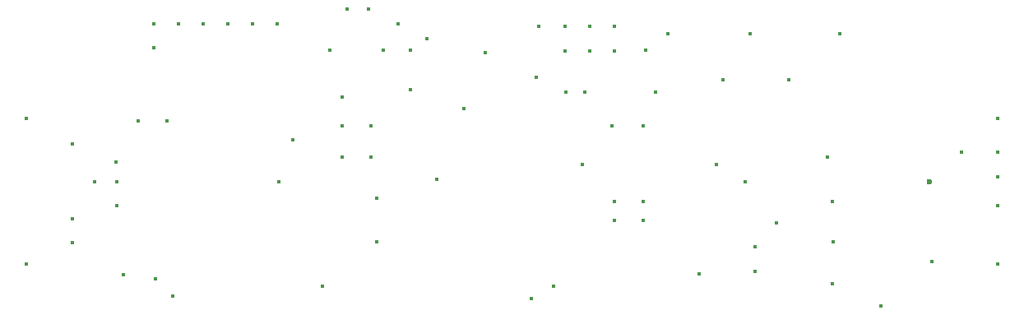
<source format=gbr>
G04 Layer_Color=0*
%FSLAX25Y25*%
%MOIN*%
%TF.FileFunction,PTH,Drill*%
%TF.Part,Single*%
G01*
G75*
%TA.AperFunction,ComponentDrill*%
%ADD29C,0.01575*%
%TA.AperFunction,ComponentDrill*%
%ADD30C,0.01575*%
%TA.AperFunction,ComponentDrill*%
%ADD31C,0.01575*%
%TA.AperFunction,OtherDrill*%
%ADD32C,0.01575*%
%TA.AperFunction,OtherDrill*%
%ADD33C,0.02362*%
%TA.AperFunction,ViaDrill*%
%ADD34C,0.01575*%
D29*
X354331Y101457D02*
D03*
Y91457D02*
D03*
X77559Y112795D02*
D03*
Y143110D02*
D03*
X95669Y127953D02*
D03*
X452756Y139842D02*
D03*
Y129842D02*
D03*
D30*
X120827Y191929D02*
D03*
X130827D02*
D03*
X110827D02*
D03*
X140827D02*
D03*
X150827D02*
D03*
X160827D02*
D03*
X287402Y191024D02*
D03*
Y181024D02*
D03*
X277402Y191024D02*
D03*
Y181024D02*
D03*
X297402D02*
D03*
Y191024D02*
D03*
D31*
X111433Y88567D02*
D03*
X118504Y81496D02*
D03*
D32*
X59055Y94488D02*
D03*
Y153543D02*
D03*
X452756D02*
D03*
Y94488D02*
D03*
X161417Y127953D02*
D03*
X86614D02*
D03*
X350394D02*
D03*
D33*
X425197D02*
D03*
D34*
X284449Y134843D02*
D03*
X331693Y90551D02*
D03*
X263779Y80709D02*
D03*
X272638Y85630D02*
D03*
X405512Y77756D02*
D03*
X385827Y86614D02*
D03*
X386024Y103612D02*
D03*
X363189Y111221D02*
D03*
X426181Y95472D02*
D03*
X95472Y135827D02*
D03*
X187008Y137795D02*
D03*
X179134Y85630D02*
D03*
X77559Y103150D02*
D03*
X95669Y118110D02*
D03*
X437992Y139764D02*
D03*
X452756Y118110D02*
D03*
X309055Y120079D02*
D03*
Y112205D02*
D03*
X297244D02*
D03*
Y120079D02*
D03*
X104331Y152559D02*
D03*
X116142D02*
D03*
X383858Y137795D02*
D03*
X198819D02*
D03*
X245079Y180118D02*
D03*
X309055Y150591D02*
D03*
X296260D02*
D03*
X285433Y164370D02*
D03*
X277559D02*
D03*
X388779Y187992D02*
D03*
X352362D02*
D03*
X318898D02*
D03*
X313976Y164370D02*
D03*
X341535Y169291D02*
D03*
X368110D02*
D03*
X225394Y128937D02*
D03*
X236221Y157480D02*
D03*
X167057Y144951D02*
D03*
X182087Y181102D02*
D03*
X187008Y162402D02*
D03*
X203740Y181102D02*
D03*
X198819Y150591D02*
D03*
X187008D02*
D03*
X385827Y120079D02*
D03*
X214567Y165354D02*
D03*
Y181102D02*
D03*
X221457Y186024D02*
D03*
X98228Y90354D02*
D03*
X197835Y197835D02*
D03*
X188976D02*
D03*
X200984Y103612D02*
D03*
Y121260D02*
D03*
X265748Y170276D02*
D03*
X266732Y190945D02*
D03*
X310039Y181102D02*
D03*
X338583Y134843D02*
D03*
X209646Y191929D02*
D03*
X110630Y182283D02*
D03*
%TF.MD5,7404740C58904623F8100B375572DBDD*%
M02*

</source>
